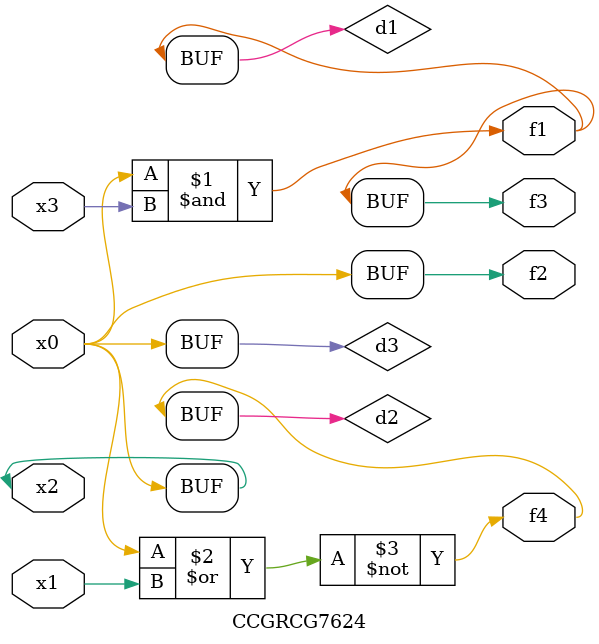
<source format=v>
module CCGRCG7624(
	input x0, x1, x2, x3,
	output f1, f2, f3, f4
);

	wire d1, d2, d3;

	and (d1, x2, x3);
	nor (d2, x0, x1);
	buf (d3, x0, x2);
	assign f1 = d1;
	assign f2 = d3;
	assign f3 = d1;
	assign f4 = d2;
endmodule

</source>
